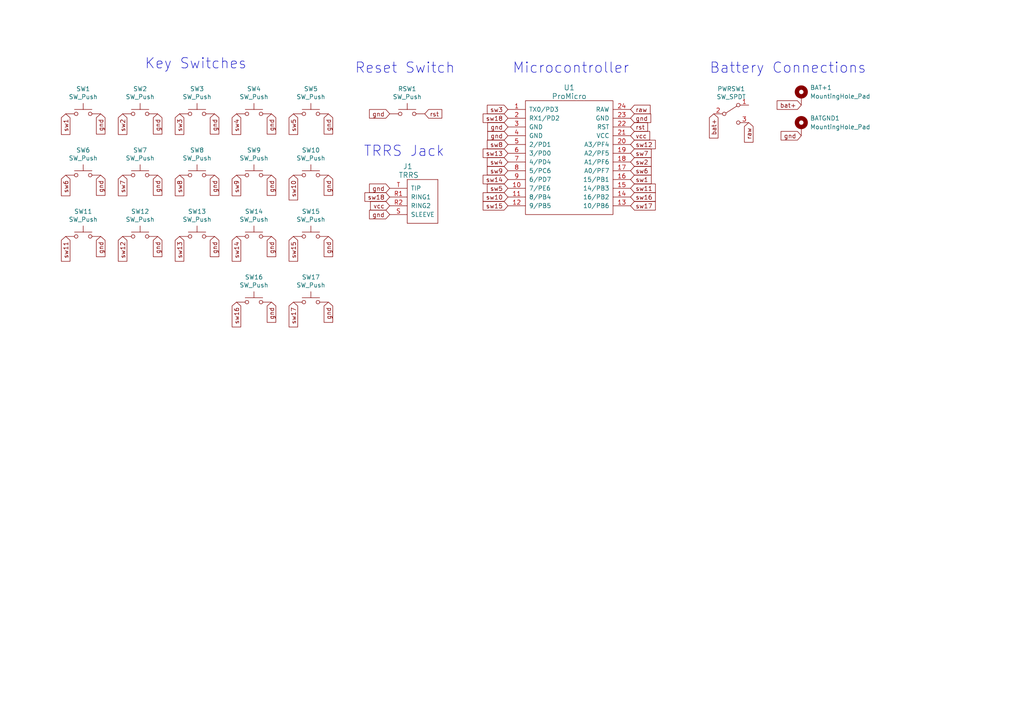
<source format=kicad_sch>
(kicad_sch (version 20211123) (generator eeschema)

  (uuid e63e39d7-6ac0-4ffd-8aa3-1841a4541b55)

  (paper "A4")

  (title_block
    (title "Clean Sweep")
    (date "2022-03-21")
    (rev "1.0")
    (company "lilylabs")
  )

  (lib_symbols
    (symbol "Mechanical:MountingHole_Pad" (pin_numbers hide) (pin_names (offset 1.016) hide) (in_bom yes) (on_board yes)
      (property "Reference" "H" (id 0) (at 0 6.35 0)
        (effects (font (size 1.27 1.27)))
      )
      (property "Value" "MountingHole_Pad" (id 1) (at 0 4.445 0)
        (effects (font (size 1.27 1.27)))
      )
      (property "Footprint" "" (id 2) (at 0 0 0)
        (effects (font (size 1.27 1.27)) hide)
      )
      (property "Datasheet" "~" (id 3) (at 0 0 0)
        (effects (font (size 1.27 1.27)) hide)
      )
      (property "ki_keywords" "mounting hole" (id 4) (at 0 0 0)
        (effects (font (size 1.27 1.27)) hide)
      )
      (property "ki_description" "Mounting Hole with connection" (id 5) (at 0 0 0)
        (effects (font (size 1.27 1.27)) hide)
      )
      (property "ki_fp_filters" "MountingHole*Pad*" (id 6) (at 0 0 0)
        (effects (font (size 1.27 1.27)) hide)
      )
      (symbol "MountingHole_Pad_0_1"
        (circle (center 0 1.27) (radius 1.27)
          (stroke (width 1.27) (type default) (color 0 0 0 0))
          (fill (type none))
        )
      )
      (symbol "MountingHole_Pad_1_1"
        (pin input line (at 0 -2.54 90) (length 2.54)
          (name "1" (effects (font (size 1.27 1.27))))
          (number "1" (effects (font (size 1.27 1.27))))
        )
      )
    )
    (symbol "Switch:SW_Push" (pin_numbers hide) (pin_names (offset 1.016) hide) (in_bom yes) (on_board yes)
      (property "Reference" "SW" (id 0) (at 1.27 2.54 0)
        (effects (font (size 1.27 1.27)) (justify left))
      )
      (property "Value" "SW_Push" (id 1) (at 0 -1.524 0)
        (effects (font (size 1.27 1.27)))
      )
      (property "Footprint" "" (id 2) (at 0 5.08 0)
        (effects (font (size 1.27 1.27)) hide)
      )
      (property "Datasheet" "~" (id 3) (at 0 5.08 0)
        (effects (font (size 1.27 1.27)) hide)
      )
      (property "ki_keywords" "switch normally-open pushbutton push-button" (id 4) (at 0 0 0)
        (effects (font (size 1.27 1.27)) hide)
      )
      (property "ki_description" "Push button switch, generic, two pins" (id 5) (at 0 0 0)
        (effects (font (size 1.27 1.27)) hide)
      )
      (symbol "SW_Push_0_1"
        (circle (center -2.032 0) (radius 0.508)
          (stroke (width 0) (type default) (color 0 0 0 0))
          (fill (type none))
        )
        (polyline
          (pts
            (xy 0 1.27)
            (xy 0 3.048)
          )
          (stroke (width 0) (type default) (color 0 0 0 0))
          (fill (type none))
        )
        (polyline
          (pts
            (xy 2.54 1.27)
            (xy -2.54 1.27)
          )
          (stroke (width 0) (type default) (color 0 0 0 0))
          (fill (type none))
        )
        (circle (center 2.032 0) (radius 0.508)
          (stroke (width 0) (type default) (color 0 0 0 0))
          (fill (type none))
        )
        (pin passive line (at -5.08 0 0) (length 2.54)
          (name "1" (effects (font (size 1.27 1.27))))
          (number "1" (effects (font (size 1.27 1.27))))
        )
        (pin passive line (at 5.08 0 180) (length 2.54)
          (name "2" (effects (font (size 1.27 1.27))))
          (number "2" (effects (font (size 1.27 1.27))))
        )
      )
    )
    (symbol "Switch:SW_SPDT" (pin_names (offset 0) hide) (in_bom yes) (on_board yes)
      (property "Reference" "SW" (id 0) (at 0 4.318 0)
        (effects (font (size 1.27 1.27)))
      )
      (property "Value" "SW_SPDT" (id 1) (at 0 -5.08 0)
        (effects (font (size 1.27 1.27)))
      )
      (property "Footprint" "" (id 2) (at 0 0 0)
        (effects (font (size 1.27 1.27)) hide)
      )
      (property "Datasheet" "~" (id 3) (at 0 0 0)
        (effects (font (size 1.27 1.27)) hide)
      )
      (property "ki_keywords" "switch single-pole double-throw spdt ON-ON" (id 4) (at 0 0 0)
        (effects (font (size 1.27 1.27)) hide)
      )
      (property "ki_description" "Switch, single pole double throw" (id 5) (at 0 0 0)
        (effects (font (size 1.27 1.27)) hide)
      )
      (symbol "SW_SPDT_0_0"
        (circle (center -2.032 0) (radius 0.508)
          (stroke (width 0) (type default) (color 0 0 0 0))
          (fill (type none))
        )
        (circle (center 2.032 -2.54) (radius 0.508)
          (stroke (width 0) (type default) (color 0 0 0 0))
          (fill (type none))
        )
      )
      (symbol "SW_SPDT_0_1"
        (polyline
          (pts
            (xy -1.524 0.254)
            (xy 1.651 2.286)
          )
          (stroke (width 0) (type default) (color 0 0 0 0))
          (fill (type none))
        )
        (circle (center 2.032 2.54) (radius 0.508)
          (stroke (width 0) (type default) (color 0 0 0 0))
          (fill (type none))
        )
      )
      (symbol "SW_SPDT_1_1"
        (pin passive line (at 5.08 2.54 180) (length 2.54)
          (name "A" (effects (font (size 1.27 1.27))))
          (number "1" (effects (font (size 1.27 1.27))))
        )
        (pin passive line (at -5.08 0 0) (length 2.54)
          (name "B" (effects (font (size 1.27 1.27))))
          (number "2" (effects (font (size 1.27 1.27))))
        )
        (pin passive line (at 5.08 -2.54 180) (length 2.54)
          (name "C" (effects (font (size 1.27 1.27))))
          (number "3" (effects (font (size 1.27 1.27))))
        )
      )
    )
    (symbol "clean-sweep:ProMicro" (pin_names (offset 1.016)) (in_bom yes) (on_board yes)
      (property "Reference" "U" (id 0) (at 0 20.32 0)
        (effects (font (size 1.524 1.524)))
      )
      (property "Value" "ProMicro" (id 1) (at 0 17.78 0)
        (effects (font (size 1.524 1.524)))
      )
      (property "Footprint" "" (id 2) (at 26.67 -63.5 90)
        (effects (font (size 1.524 1.524)) hide)
      )
      (property "Datasheet" "" (id 3) (at 26.67 -63.5 90)
        (effects (font (size 1.524 1.524)) hide)
      )
      (symbol "ProMicro_0_1"
        (rectangle (start -12.7 -16.51) (end 12.7 16.51)
          (stroke (width 0) (type default) (color 0 0 0 0))
          (fill (type none))
        )
      )
      (symbol "ProMicro_1_1"
        (pin input line (at -17.78 13.97 0) (length 5.08)
          (name "TX0/PD3" (effects (font (size 1.27 1.27))))
          (number "1" (effects (font (size 1.27 1.27))))
        )
        (pin input line (at -17.78 -8.89 0) (length 5.08)
          (name "7/PE6" (effects (font (size 1.27 1.27))))
          (number "10" (effects (font (size 1.27 1.27))))
        )
        (pin input line (at -17.78 -11.43 0) (length 5.08)
          (name "8/PB4" (effects (font (size 1.27 1.27))))
          (number "11" (effects (font (size 1.27 1.27))))
        )
        (pin input line (at -17.78 -13.97 0) (length 5.08)
          (name "9/PB5" (effects (font (size 1.27 1.27))))
          (number "12" (effects (font (size 1.27 1.27))))
        )
        (pin input line (at 17.78 -13.97 180) (length 5.08)
          (name "10/PB6" (effects (font (size 1.27 1.27))))
          (number "13" (effects (font (size 1.27 1.27))))
        )
        (pin input line (at 17.78 -11.43 180) (length 5.08)
          (name "16/PB2" (effects (font (size 1.27 1.27))))
          (number "14" (effects (font (size 1.27 1.27))))
        )
        (pin input line (at 17.78 -8.89 180) (length 5.08)
          (name "14/PB3" (effects (font (size 1.27 1.27))))
          (number "15" (effects (font (size 1.27 1.27))))
        )
        (pin input line (at 17.78 -6.35 180) (length 5.08)
          (name "15/PB1" (effects (font (size 1.27 1.27))))
          (number "16" (effects (font (size 1.27 1.27))))
        )
        (pin input line (at 17.78 -3.81 180) (length 5.08)
          (name "A0/PF7" (effects (font (size 1.27 1.27))))
          (number "17" (effects (font (size 1.27 1.27))))
        )
        (pin input line (at 17.78 -1.27 180) (length 5.08)
          (name "A1/PF6" (effects (font (size 1.27 1.27))))
          (number "18" (effects (font (size 1.27 1.27))))
        )
        (pin input line (at 17.78 1.27 180) (length 5.08)
          (name "A2/PF5" (effects (font (size 1.27 1.27))))
          (number "19" (effects (font (size 1.27 1.27))))
        )
        (pin input line (at -17.78 11.43 0) (length 5.08)
          (name "RX1/PD2" (effects (font (size 1.27 1.27))))
          (number "2" (effects (font (size 1.27 1.27))))
        )
        (pin input line (at 17.78 3.81 180) (length 5.08)
          (name "A3/PF4" (effects (font (size 1.27 1.27))))
          (number "20" (effects (font (size 1.27 1.27))))
        )
        (pin input line (at 17.78 6.35 180) (length 5.08)
          (name "VCC" (effects (font (size 1.27 1.27))))
          (number "21" (effects (font (size 1.27 1.27))))
        )
        (pin input line (at 17.78 8.89 180) (length 5.08)
          (name "RST" (effects (font (size 1.27 1.27))))
          (number "22" (effects (font (size 1.27 1.27))))
        )
        (pin input line (at 17.78 11.43 180) (length 5.08)
          (name "GND" (effects (font (size 1.27 1.27))))
          (number "23" (effects (font (size 1.27 1.27))))
        )
        (pin input line (at 17.78 13.97 180) (length 5.08)
          (name "RAW" (effects (font (size 1.27 1.27))))
          (number "24" (effects (font (size 1.27 1.27))))
        )
        (pin input line (at -17.78 8.89 0) (length 5.08)
          (name "GND" (effects (font (size 1.27 1.27))))
          (number "3" (effects (font (size 1.27 1.27))))
        )
        (pin input line (at -17.78 6.35 0) (length 5.08)
          (name "GND" (effects (font (size 1.27 1.27))))
          (number "4" (effects (font (size 1.27 1.27))))
        )
        (pin input line (at -17.78 3.81 0) (length 5.08)
          (name "2/PD1" (effects (font (size 1.27 1.27))))
          (number "5" (effects (font (size 1.27 1.27))))
        )
        (pin input line (at -17.78 1.27 0) (length 5.08)
          (name "3/PD0" (effects (font (size 1.27 1.27))))
          (number "6" (effects (font (size 1.27 1.27))))
        )
        (pin input line (at -17.78 -1.27 0) (length 5.08)
          (name "4/PD4" (effects (font (size 1.27 1.27))))
          (number "7" (effects (font (size 1.27 1.27))))
        )
        (pin input line (at -17.78 -3.81 0) (length 5.08)
          (name "5/PC6" (effects (font (size 1.27 1.27))))
          (number "8" (effects (font (size 1.27 1.27))))
        )
        (pin input line (at -17.78 -6.35 0) (length 5.08)
          (name "6/PD7" (effects (font (size 1.27 1.27))))
          (number "9" (effects (font (size 1.27 1.27))))
        )
      )
    )
    (symbol "clean-sweep:TRRS" (pin_names (offset 1.016)) (in_bom yes) (on_board yes)
      (property "Reference" "J" (id 0) (at -3.81 16.51 0)
        (effects (font (size 1.524 1.524)))
      )
      (property "Value" "TRRS" (id 1) (at -3.81 13.97 0)
        (effects (font (size 1.524 1.524)))
      )
      (property "Footprint" "" (id 2) (at 3.81 0 0)
        (effects (font (size 1.524 1.524)) hide)
      )
      (property "Datasheet" "" (id 3) (at 3.81 0 0)
        (effects (font (size 1.524 1.524)) hide)
      )
      (symbol "TRRS_0_1"
        (rectangle (start -3.81 0) (end -3.81 12.7)
          (stroke (width 0) (type default) (color 0 0 0 0))
          (fill (type none))
        )
        (rectangle (start -3.81 12.7) (end 5.08 12.7)
          (stroke (width 0) (type default) (color 0 0 0 0))
          (fill (type none))
        )
        (rectangle (start 5.08 0) (end -3.81 0)
          (stroke (width 0) (type default) (color 0 0 0 0))
          (fill (type none))
        )
        (rectangle (start 5.08 12.7) (end 5.08 0)
          (stroke (width 0) (type default) (color 0 0 0 0))
          (fill (type none))
        )
      )
      (symbol "TRRS_1_1"
        (pin input line (at -8.89 7.62 0) (length 5.08)
          (name "RING1" (effects (font (size 1.27 1.27))))
          (number "R1" (effects (font (size 1.27 1.27))))
        )
        (pin input line (at -8.89 5.08 0) (length 5.08)
          (name "RING2" (effects (font (size 1.27 1.27))))
          (number "R2" (effects (font (size 1.27 1.27))))
        )
        (pin input line (at -8.89 2.54 0) (length 5.08)
          (name "SLEEVE" (effects (font (size 1.27 1.27))))
          (number "S" (effects (font (size 1.27 1.27))))
        )
        (pin input line (at -8.89 10.16 0) (length 5.08)
          (name "TIP" (effects (font (size 1.27 1.27))))
          (number "T" (effects (font (size 1.27 1.27))))
        )
      )
    )
  )


  (text "TRRS Jack" (at 105.41 45.72 0)
    (effects (font (size 2.9972 2.9972)) (justify left bottom))
    (uuid 3c0bc4a2-93ea-4556-9aef-1a9c308106df)
  )
  (text "Battery Connections" (at 205.74 21.59 0)
    (effects (font (size 2.9972 2.9972)) (justify left bottom))
    (uuid 6b540bc6-b428-4be2-a754-4f5ff0b6f78e)
  )
  (text "Key Switches" (at 41.91 20.32 0)
    (effects (font (size 2.9972 2.9972)) (justify left bottom))
    (uuid 8f6b7ee1-ee33-4104-9964-bf42b0104728)
  )
  (text "Reset Switch" (at 102.87 21.59 0)
    (effects (font (size 2.9972 2.9972)) (justify left bottom))
    (uuid e7866c3d-8d14-41fd-ad1d-f5e39b494b2a)
  )
  (text "Microcontroller" (at 148.59 21.59 0)
    (effects (font (size 2.9972 2.9972)) (justify left bottom))
    (uuid f64e79d4-7fff-4a1b-bf5a-7e3123404157)
  )

  (global_label "sw15" (shape input) (at 85.09 68.58 270) (fields_autoplaced)
    (effects (font (size 1.27 1.27)) (justify right))
    (uuid 05301793-dbfe-47b7-9f49-8c4379742711)
    (property "Intersheet References" "${INTERSHEET_REFS}" (id 0) (at 85.0106 75.7707 90)
      (effects (font (size 1.27 1.27)) (justify right) hide)
    )
  )
  (global_label "sw3" (shape input) (at 52.07 33.02 270) (fields_autoplaced)
    (effects (font (size 1.27 1.27)) (justify right))
    (uuid 099c0394-e02d-4180-8e95-fe4b0a9ea8b4)
    (property "Intersheet References" "${INTERSHEET_REFS}" (id 0) (at 51.9906 39.0012 90)
      (effects (font (size 1.27 1.27)) (justify right) hide)
    )
  )
  (global_label "gnd" (shape input) (at 45.72 50.8 270) (fields_autoplaced)
    (effects (font (size 1.27 1.27)) (justify right))
    (uuid 0cd03f3d-c2d6-4f24-88b8-d68c38fd9516)
    (property "Intersheet References" "${INTERSHEET_REFS}" (id 0) (at 12.7 21.59 0)
      (effects (font (size 1.27 1.27)) hide)
    )
  )
  (global_label "raw" (shape input) (at 217.17 35.56 270) (fields_autoplaced)
    (effects (font (size 1.27 1.27)) (justify right))
    (uuid 0e0c640d-a895-4212-a4dc-6549d969ffca)
    (property "Intersheet References" "${INTERSHEET_REFS}" (id 0) (at -7.62 -82.55 0)
      (effects (font (size 1.27 1.27)) hide)
    )
  )
  (global_label "gnd" (shape input) (at 78.74 33.02 270) (fields_autoplaced)
    (effects (font (size 1.27 1.27)) (justify right))
    (uuid 0e8db7a7-5daa-4eb8-8ae6-19d6abfacadf)
    (property "Intersheet References" "${INTERSHEET_REFS}" (id 0) (at 45.72 3.81 0)
      (effects (font (size 1.27 1.27)) hide)
    )
  )
  (global_label "gnd" (shape input) (at 113.03 62.23 180) (fields_autoplaced)
    (effects (font (size 1.27 1.27)) (justify right))
    (uuid 0f77e2f7-a444-457e-8235-7d1e9e1df024)
    (property "Intersheet References" "${INTERSHEET_REFS}" (id 0) (at 240.03 129.54 0)
      (effects (font (size 1.27 1.27)) hide)
    )
  )
  (global_label "sw7" (shape input) (at 35.56 50.8 270) (fields_autoplaced)
    (effects (font (size 1.27 1.27)) (justify right))
    (uuid 129704ba-a6ec-42bc-bde7-15eb61509e48)
    (property "Intersheet References" "${INTERSHEET_REFS}" (id 0) (at 35.4806 56.7812 90)
      (effects (font (size 1.27 1.27)) (justify right) hide)
    )
  )
  (global_label "gnd" (shape input) (at 29.21 68.58 270) (fields_autoplaced)
    (effects (font (size 1.27 1.27)) (justify right))
    (uuid 1c6a316c-817a-46d8-8fbd-1c76272265b0)
    (property "Intersheet References" "${INTERSHEET_REFS}" (id 0) (at -3.81 39.37 0)
      (effects (font (size 1.27 1.27)) hide)
    )
  )
  (global_label "sw14" (shape input) (at 147.32 52.07 180) (fields_autoplaced)
    (effects (font (size 1.27 1.27)) (justify right))
    (uuid 1dfc831b-54a7-43a4-9a07-6a151ccdd398)
    (property "Intersheet References" "${INTERSHEET_REFS}" (id 0) (at 140.1293 51.9906 0)
      (effects (font (size 1.27 1.27)) (justify right) hide)
    )
  )
  (global_label "sw1" (shape input) (at 182.88 52.07 0) (fields_autoplaced)
    (effects (font (size 1.27 1.27)) (justify left))
    (uuid 1ec66cac-ad3c-4900-ab4c-74909aa369ba)
    (property "Intersheet References" "${INTERSHEET_REFS}" (id 0) (at 188.8612 52.1494 0)
      (effects (font (size 1.27 1.27)) (justify left) hide)
    )
  )
  (global_label "sw18" (shape input) (at 113.03 57.15 180) (fields_autoplaced)
    (effects (font (size 1.27 1.27)) (justify right))
    (uuid 20625b7a-3eca-41c2-8445-7f079bd314b7)
    (property "Intersheet References" "${INTERSHEET_REFS}" (id 0) (at 105.8393 57.0706 0)
      (effects (font (size 1.27 1.27)) (justify right) hide)
    )
  )
  (global_label "sw2" (shape input) (at 182.88 46.99 0) (fields_autoplaced)
    (effects (font (size 1.27 1.27)) (justify left))
    (uuid 214f750f-d5a6-460a-b8d7-7ebd4efef3b5)
    (property "Intersheet References" "${INTERSHEET_REFS}" (id 0) (at 188.8612 46.9106 0)
      (effects (font (size 1.27 1.27)) (justify left) hide)
    )
  )
  (global_label "gnd" (shape input) (at 62.23 68.58 270) (fields_autoplaced)
    (effects (font (size 1.27 1.27)) (justify right))
    (uuid 2323f41a-6b4a-4b55-90b2-0db6af9489d8)
    (property "Intersheet References" "${INTERSHEET_REFS}" (id 0) (at 29.21 39.37 0)
      (effects (font (size 1.27 1.27)) hide)
    )
  )
  (global_label "sw18" (shape input) (at 147.32 34.29 180) (fields_autoplaced)
    (effects (font (size 1.27 1.27)) (justify right))
    (uuid 2a624eb2-e9e3-4375-b07f-7aef616548a7)
    (property "Intersheet References" "${INTERSHEET_REFS}" (id 0) (at 140.1293 34.2106 0)
      (effects (font (size 1.27 1.27)) (justify right) hide)
    )
  )
  (global_label "sw13" (shape input) (at 147.32 44.45 180) (fields_autoplaced)
    (effects (font (size 1.27 1.27)) (justify right))
    (uuid 2de11d7d-10a2-4a83-8e03-41197e2de61f)
    (property "Intersheet References" "${INTERSHEET_REFS}" (id 0) (at 140.1293 44.3706 0)
      (effects (font (size 1.27 1.27)) (justify right) hide)
    )
  )
  (global_label "gnd" (shape input) (at 147.32 39.37 180) (fields_autoplaced)
    (effects (font (size 1.27 1.27)) (justify right))
    (uuid 35c0c384-dc3b-4692-8200-0ac4718f835b)
    (property "Intersheet References" "${INTERSHEET_REFS}" (id 0) (at -11.43 -3.81 0)
      (effects (font (size 1.27 1.27)) hide)
    )
  )
  (global_label "gnd" (shape input) (at 113.03 54.61 180) (fields_autoplaced)
    (effects (font (size 1.27 1.27)) (justify right))
    (uuid 3cc58844-6226-43bd-98fe-5192b7d05b40)
    (property "Intersheet References" "${INTERSHEET_REFS}" (id 0) (at 240.03 121.92 0)
      (effects (font (size 1.27 1.27)) hide)
    )
  )
  (global_label "sw6" (shape input) (at 182.88 49.53 0) (fields_autoplaced)
    (effects (font (size 1.27 1.27)) (justify left))
    (uuid 3cc71891-e303-485d-90d3-a14cadd96f2e)
    (property "Intersheet References" "${INTERSHEET_REFS}" (id 0) (at 188.8612 49.6094 0)
      (effects (font (size 1.27 1.27)) (justify left) hide)
    )
  )
  (global_label "sw10" (shape input) (at 85.09 50.8 270) (fields_autoplaced)
    (effects (font (size 1.27 1.27)) (justify right))
    (uuid 40b4f870-1be8-4eca-8458-3de365539954)
    (property "Intersheet References" "${INTERSHEET_REFS}" (id 0) (at 85.0106 57.9907 90)
      (effects (font (size 1.27 1.27)) (justify right) hide)
    )
  )
  (global_label "bat+" (shape input) (at 207.01 33.02 270) (fields_autoplaced)
    (effects (font (size 1.27 1.27)) (justify right))
    (uuid 494fb62f-e078-4dae-8a49-def350d515e7)
    (property "Intersheet References" "${INTERSHEET_REFS}" (id 0) (at 206.9306 40.0293 90)
      (effects (font (size 1.27 1.27)) (justify right) hide)
    )
  )
  (global_label "sw13" (shape input) (at 52.07 68.58 270) (fields_autoplaced)
    (effects (font (size 1.27 1.27)) (justify right))
    (uuid 52e3ae88-0b50-4764-a4b1-9bf536dde527)
    (property "Intersheet References" "${INTERSHEET_REFS}" (id 0) (at 51.9906 75.7707 90)
      (effects (font (size 1.27 1.27)) (justify right) hide)
    )
  )
  (global_label "gnd" (shape input) (at 78.74 68.58 270) (fields_autoplaced)
    (effects (font (size 1.27 1.27)) (justify right))
    (uuid 5824266a-a369-422a-9600-a3eb92279604)
    (property "Intersheet References" "${INTERSHEET_REFS}" (id 0) (at 45.72 39.37 0)
      (effects (font (size 1.27 1.27)) hide)
    )
  )
  (global_label "gnd" (shape input) (at 78.74 50.8 270) (fields_autoplaced)
    (effects (font (size 1.27 1.27)) (justify right))
    (uuid 5992772b-bdee-4849-87b9-1dfec01dfdbb)
    (property "Intersheet References" "${INTERSHEET_REFS}" (id 0) (at 45.72 21.59 0)
      (effects (font (size 1.27 1.27)) hide)
    )
  )
  (global_label "rst" (shape input) (at 182.88 36.83 0) (fields_autoplaced)
    (effects (font (size 1.27 1.27)) (justify left))
    (uuid 5b383bca-96ca-46b8-9f5f-5707eaae6b4e)
    (property "Intersheet References" "${INTERSHEET_REFS}" (id 0) (at 187.8331 36.7506 0)
      (effects (font (size 1.27 1.27)) (justify left) hide)
    )
  )
  (global_label "bat+" (shape input) (at 232.41 30.48 180) (fields_autoplaced)
    (effects (font (size 1.27 1.27)) (justify right))
    (uuid 60e782bb-c21b-4492-86c7-be74aaab459f)
    (property "Intersheet References" "${INTERSHEET_REFS}" (id 0) (at 225.4007 30.4006 0)
      (effects (font (size 1.27 1.27)) (justify right) hide)
    )
  )
  (global_label "sw11" (shape input) (at 19.05 68.58 270) (fields_autoplaced)
    (effects (font (size 1.27 1.27)) (justify right))
    (uuid 675f1d25-36f9-4c95-8709-3def26dc230a)
    (property "Intersheet References" "${INTERSHEET_REFS}" (id 0) (at 18.9706 75.7707 90)
      (effects (font (size 1.27 1.27)) (justify right) hide)
    )
  )
  (global_label "gnd" (shape input) (at 29.21 50.8 270) (fields_autoplaced)
    (effects (font (size 1.27 1.27)) (justify right))
    (uuid 683e6def-3e3a-47e6-bb3b-c6091ab099cf)
    (property "Intersheet References" "${INTERSHEET_REFS}" (id 0) (at -3.81 21.59 0)
      (effects (font (size 1.27 1.27)) hide)
    )
  )
  (global_label "gnd" (shape input) (at 78.74 87.63 270) (fields_autoplaced)
    (effects (font (size 1.27 1.27)) (justify right))
    (uuid 6acdf8ab-0212-4178-a4fb-354be5722856)
    (property "Intersheet References" "${INTERSHEET_REFS}" (id 0) (at 45.72 58.42 0)
      (effects (font (size 1.27 1.27)) hide)
    )
  )
  (global_label "gnd" (shape input) (at 232.41 39.37 180) (fields_autoplaced)
    (effects (font (size 1.27 1.27)) (justify right))
    (uuid 6d95cdc6-decb-4c8f-95ef-6f2a0d56a543)
    (property "Intersheet References" "${INTERSHEET_REFS}" (id 0) (at 73.66 -3.81 0)
      (effects (font (size 1.27 1.27)) hide)
    )
  )
  (global_label "sw8" (shape input) (at 52.07 50.8 270) (fields_autoplaced)
    (effects (font (size 1.27 1.27)) (justify right))
    (uuid 750c958a-3eda-4da9-8392-269448fac84a)
    (property "Intersheet References" "${INTERSHEET_REFS}" (id 0) (at 51.9906 56.7812 90)
      (effects (font (size 1.27 1.27)) (justify right) hide)
    )
  )
  (global_label "gnd" (shape input) (at 45.72 68.58 270) (fields_autoplaced)
    (effects (font (size 1.27 1.27)) (justify right))
    (uuid 784c8df2-ae6f-4760-af44-422e0fc58b9c)
    (property "Intersheet References" "${INTERSHEET_REFS}" (id 0) (at 12.7 39.37 0)
      (effects (font (size 1.27 1.27)) hide)
    )
  )
  (global_label "sw14" (shape input) (at 68.58 68.58 270) (fields_autoplaced)
    (effects (font (size 1.27 1.27)) (justify right))
    (uuid 78df79b4-e93f-4281-b3a2-344bef6d509b)
    (property "Intersheet References" "${INTERSHEET_REFS}" (id 0) (at 68.5006 75.7707 90)
      (effects (font (size 1.27 1.27)) (justify right) hide)
    )
  )
  (global_label "sw5" (shape input) (at 85.09 33.02 270) (fields_autoplaced)
    (effects (font (size 1.27 1.27)) (justify right))
    (uuid 79e02b59-adb5-48f7-8f2a-d3600b376cf3)
    (property "Intersheet References" "${INTERSHEET_REFS}" (id 0) (at 85.0106 39.0012 90)
      (effects (font (size 1.27 1.27)) (justify right) hide)
    )
  )
  (global_label "sw12" (shape input) (at 35.56 68.58 270) (fields_autoplaced)
    (effects (font (size 1.27 1.27)) (justify right))
    (uuid 84485e3c-261e-4078-8c61-dcc51ef618d3)
    (property "Intersheet References" "${INTERSHEET_REFS}" (id 0) (at 35.4806 75.7707 90)
      (effects (font (size 1.27 1.27)) (justify right) hide)
    )
  )
  (global_label "sw11" (shape input) (at 182.88 54.61 0) (fields_autoplaced)
    (effects (font (size 1.27 1.27)) (justify left))
    (uuid 8ce405e0-b65a-48d0-ba25-1b5f145b8d9a)
    (property "Intersheet References" "${INTERSHEET_REFS}" (id 0) (at 190.0707 54.6894 0)
      (effects (font (size 1.27 1.27)) (justify left) hide)
    )
  )
  (global_label "sw15" (shape input) (at 147.32 59.69 180) (fields_autoplaced)
    (effects (font (size 1.27 1.27)) (justify right))
    (uuid 949b7ef1-38b1-4f6e-9478-bc8b56ca792d)
    (property "Intersheet References" "${INTERSHEET_REFS}" (id 0) (at 140.1293 59.6106 0)
      (effects (font (size 1.27 1.27)) (justify right) hide)
    )
  )
  (global_label "gnd" (shape input) (at 147.32 36.83 180) (fields_autoplaced)
    (effects (font (size 1.27 1.27)) (justify right))
    (uuid 96a7eb3e-6041-41ad-a147-8401e7ebd5ed)
    (property "Intersheet References" "${INTERSHEET_REFS}" (id 0) (at -11.43 -3.81 0)
      (effects (font (size 1.27 1.27)) hide)
    )
  )
  (global_label "raw" (shape input) (at 182.88 31.75 0) (fields_autoplaced)
    (effects (font (size 1.27 1.27)) (justify left))
    (uuid 97a6205d-6cc3-4f30-8553-cac54de221a0)
    (property "Intersheet References" "${INTERSHEET_REFS}" (id 0) (at -11.43 -3.81 0)
      (effects (font (size 1.27 1.27)) hide)
    )
  )
  (global_label "sw2" (shape input) (at 35.56 33.02 270) (fields_autoplaced)
    (effects (font (size 1.27 1.27)) (justify right))
    (uuid 97f0a462-5e73-4a27-807d-1752fc46dff8)
    (property "Intersheet References" "${INTERSHEET_REFS}" (id 0) (at 35.4806 39.0012 90)
      (effects (font (size 1.27 1.27)) (justify right) hide)
    )
  )
  (global_label "gnd" (shape input) (at 113.03 33.02 180) (fields_autoplaced)
    (effects (font (size 1.27 1.27)) (justify right))
    (uuid 9dd5e063-f853-4eeb-b3e4-a701a10871eb)
    (property "Intersheet References" "${INTERSHEET_REFS}" (id 0) (at -3.81 -6.35 0)
      (effects (font (size 1.27 1.27)) hide)
    )
  )
  (global_label "vcc" (shape input) (at 113.03 59.69 180) (fields_autoplaced)
    (effects (font (size 1.27 1.27)) (justify right))
    (uuid 9e92fb51-32b1-47ce-bd04-3684f66761d4)
    (property "Intersheet References" "${INTERSHEET_REFS}" (id 0) (at 240.03 129.54 0)
      (effects (font (size 1.27 1.27)) hide)
    )
  )
  (global_label "sw9" (shape input) (at 68.58 50.8 270) (fields_autoplaced)
    (effects (font (size 1.27 1.27)) (justify right))
    (uuid a3a617b9-1a66-467c-9765-6e612b3ea937)
    (property "Intersheet References" "${INTERSHEET_REFS}" (id 0) (at 68.5006 56.7812 90)
      (effects (font (size 1.27 1.27)) (justify right) hide)
    )
  )
  (global_label "gnd" (shape input) (at 95.25 33.02 270) (fields_autoplaced)
    (effects (font (size 1.27 1.27)) (justify right))
    (uuid aa9aa5a3-e6e8-4956-9aaf-d2d0714e185c)
    (property "Intersheet References" "${INTERSHEET_REFS}" (id 0) (at 62.23 3.81 0)
      (effects (font (size 1.27 1.27)) hide)
    )
  )
  (global_label "sw5" (shape input) (at 147.32 54.61 180) (fields_autoplaced)
    (effects (font (size 1.27 1.27)) (justify right))
    (uuid b76cf097-bc69-43e1-a055-edefa2b79198)
    (property "Intersheet References" "${INTERSHEET_REFS}" (id 0) (at 141.3388 54.5306 0)
      (effects (font (size 1.27 1.27)) (justify right) hide)
    )
  )
  (global_label "gnd" (shape input) (at 95.25 50.8 270) (fields_autoplaced)
    (effects (font (size 1.27 1.27)) (justify right))
    (uuid ba37cc98-3599-42ef-b90a-9eb4d4a72810)
    (property "Intersheet References" "${INTERSHEET_REFS}" (id 0) (at 62.23 21.59 0)
      (effects (font (size 1.27 1.27)) hide)
    )
  )
  (global_label "sw17" (shape input) (at 182.88 59.69 0) (fields_autoplaced)
    (effects (font (size 1.27 1.27)) (justify left))
    (uuid bd600e18-bb70-4f14-96d6-90909fee7082)
    (property "Intersheet References" "${INTERSHEET_REFS}" (id 0) (at 190.0707 59.6106 0)
      (effects (font (size 1.27 1.27)) (justify left) hide)
    )
  )
  (global_label "sw16" (shape input) (at 182.88 57.15 0) (fields_autoplaced)
    (effects (font (size 1.27 1.27)) (justify left))
    (uuid c4965a14-19f3-45a6-9cb1-5bfe0c61f86c)
    (property "Intersheet References" "${INTERSHEET_REFS}" (id 0) (at 190.0707 57.0706 0)
      (effects (font (size 1.27 1.27)) (justify left) hide)
    )
  )
  (global_label "sw7" (shape input) (at 182.88 44.45 0) (fields_autoplaced)
    (effects (font (size 1.27 1.27)) (justify left))
    (uuid c6536470-dbe7-43c6-841e-62b6b150f87d)
    (property "Intersheet References" "${INTERSHEET_REFS}" (id 0) (at 188.8612 44.3706 0)
      (effects (font (size 1.27 1.27)) (justify left) hide)
    )
  )
  (global_label "gnd" (shape input) (at 95.25 87.63 270) (fields_autoplaced)
    (effects (font (size 1.27 1.27)) (justify right))
    (uuid c67c19d2-4a82-4b28-a148-6b703db30114)
    (property "Intersheet References" "${INTERSHEET_REFS}" (id 0) (at 62.23 58.42 0)
      (effects (font (size 1.27 1.27)) hide)
    )
  )
  (global_label "sw10" (shape input) (at 147.32 57.15 180) (fields_autoplaced)
    (effects (font (size 1.27 1.27)) (justify right))
    (uuid c7d61ce3-088d-46a8-bac2-5ec5dbae21d1)
    (property "Intersheet References" "${INTERSHEET_REFS}" (id 0) (at 140.1293 57.0706 0)
      (effects (font (size 1.27 1.27)) (justify right) hide)
    )
  )
  (global_label "sw12" (shape input) (at 182.88 41.91 0) (fields_autoplaced)
    (effects (font (size 1.27 1.27)) (justify left))
    (uuid c8283fed-9284-4fa7-ada1-2ec4f50262cd)
    (property "Intersheet References" "${INTERSHEET_REFS}" (id 0) (at 190.0707 41.8306 0)
      (effects (font (size 1.27 1.27)) (justify left) hide)
    )
  )
  (global_label "sw4" (shape input) (at 147.32 46.99 180) (fields_autoplaced)
    (effects (font (size 1.27 1.27)) (justify right))
    (uuid c92ea66b-f6d0-49b9-aca9-a84cd540e36c)
    (property "Intersheet References" "${INTERSHEET_REFS}" (id 0) (at 141.3388 46.9106 0)
      (effects (font (size 1.27 1.27)) (justify right) hide)
    )
  )
  (global_label "gnd" (shape input) (at 45.72 33.02 270) (fields_autoplaced)
    (effects (font (size 1.27 1.27)) (justify right))
    (uuid cc74b535-ad84-469f-8980-dcddb293cf43)
    (property "Intersheet References" "${INTERSHEET_REFS}" (id 0) (at 12.7 3.81 0)
      (effects (font (size 1.27 1.27)) hide)
    )
  )
  (global_label "gnd" (shape input) (at 62.23 50.8 270) (fields_autoplaced)
    (effects (font (size 1.27 1.27)) (justify right))
    (uuid cde4b548-e1f0-4d97-9527-f7b32d58f0c6)
    (property "Intersheet References" "${INTERSHEET_REFS}" (id 0) (at 29.21 21.59 0)
      (effects (font (size 1.27 1.27)) hide)
    )
  )
  (global_label "vcc" (shape input) (at 182.88 39.37 0) (fields_autoplaced)
    (effects (font (size 1.27 1.27)) (justify left))
    (uuid d0a53565-f321-4807-b9c0-f4b5d1dc66df)
    (property "Intersheet References" "${INTERSHEET_REFS}" (id 0) (at -11.43 -3.81 0)
      (effects (font (size 1.27 1.27)) hide)
    )
  )
  (global_label "sw6" (shape input) (at 19.05 50.8 270) (fields_autoplaced)
    (effects (font (size 1.27 1.27)) (justify right))
    (uuid d1795a95-1b17-4e09-8aee-4489a2f335ff)
    (property "Intersheet References" "${INTERSHEET_REFS}" (id 0) (at 18.9706 56.7812 90)
      (effects (font (size 1.27 1.27)) (justify right) hide)
    )
  )
  (global_label "sw9" (shape input) (at 147.32 49.53 180) (fields_autoplaced)
    (effects (font (size 1.27 1.27)) (justify right))
    (uuid d42bfc88-5a63-4f9b-a3b6-1f01392381da)
    (property "Intersheet References" "${INTERSHEET_REFS}" (id 0) (at 141.3388 49.4506 0)
      (effects (font (size 1.27 1.27)) (justify right) hide)
    )
  )
  (global_label "sw3" (shape input) (at 147.32 31.75 180) (fields_autoplaced)
    (effects (font (size 1.27 1.27)) (justify right))
    (uuid da60fef5-3fad-4a83-8a22-776e833d8a5b)
    (property "Intersheet References" "${INTERSHEET_REFS}" (id 0) (at 141.3388 31.6706 0)
      (effects (font (size 1.27 1.27)) (justify right) hide)
    )
  )
  (global_label "sw8" (shape input) (at 147.32 41.91 180) (fields_autoplaced)
    (effects (font (size 1.27 1.27)) (justify right))
    (uuid db8be5b2-cdf8-4855-bc6e-2396bb17d4c0)
    (property "Intersheet References" "${INTERSHEET_REFS}" (id 0) (at 141.3388 41.8306 0)
      (effects (font (size 1.27 1.27)) (justify right) hide)
    )
  )
  (global_label "rst" (shape input) (at 123.19 33.02 0) (fields_autoplaced)
    (effects (font (size 1.27 1.27)) (justify left))
    (uuid dc76c975-d4aa-446d-9f49-7f395794c7bc)
    (property "Intersheet References" "${INTERSHEET_REFS}" (id 0) (at 128.1431 32.9406 0)
      (effects (font (size 1.27 1.27)) (justify left) hide)
    )
  )
  (global_label "gnd" (shape input) (at 182.88 34.29 0) (fields_autoplaced)
    (effects (font (size 1.27 1.27)) (justify left))
    (uuid ddc4ed5b-49ad-46b5-aa68-4a4b5f875979)
    (property "Intersheet References" "${INTERSHEET_REFS}" (id 0) (at -11.43 -3.81 0)
      (effects (font (size 1.27 1.27)) hide)
    )
  )
  (global_label "gnd" (shape input) (at 95.25 68.58 270) (fields_autoplaced)
    (effects (font (size 1.27 1.27)) (justify right))
    (uuid e43fa76a-cbc2-4e2b-9cce-de68ea9c679d)
    (property "Intersheet References" "${INTERSHEET_REFS}" (id 0) (at 62.23 39.37 0)
      (effects (font (size 1.27 1.27)) hide)
    )
  )
  (global_label "sw4" (shape input) (at 68.58 33.02 270) (fields_autoplaced)
    (effects (font (size 1.27 1.27)) (justify right))
    (uuid eb4c3d09-9abc-4f0a-9e78-8ab9688e89b9)
    (property "Intersheet References" "${INTERSHEET_REFS}" (id 0) (at 68.5006 39.0012 90)
      (effects (font (size 1.27 1.27)) (justify right) hide)
    )
  )
  (global_label "gnd" (shape input) (at 29.21 33.02 270) (fields_autoplaced)
    (effects (font (size 1.27 1.27)) (justify right))
    (uuid ecb190c3-7d33-4f9e-917d-98f2e006b7de)
    (property "Intersheet References" "${INTERSHEET_REFS}" (id 0) (at -3.81 3.81 0)
      (effects (font (size 1.27 1.27)) hide)
    )
  )
  (global_label "sw16" (shape input) (at 68.58 87.63 270) (fields_autoplaced)
    (effects (font (size 1.27 1.27)) (justify right))
    (uuid f21fa334-518f-4dc5-bb58-06a2ad4a6803)
    (property "Intersheet References" "${INTERSHEET_REFS}" (id 0) (at 68.5006 94.8207 90)
      (effects (font (size 1.27 1.27)) (justify right) hide)
    )
  )
  (global_label "gnd" (shape input) (at 62.23 33.02 270) (fields_autoplaced)
    (effects (font (size 1.27 1.27)) (justify right))
    (uuid f3d65175-3500-431a-8317-b39d3b5d875a)
    (property "Intersheet References" "${INTERSHEET_REFS}" (id 0) (at 29.21 3.81 0)
      (effects (font (size 1.27 1.27)) hide)
    )
  )
  (global_label "sw1" (shape input) (at 19.05 33.02 270) (fields_autoplaced)
    (effects (font (size 1.27 1.27)) (justify right))
    (uuid f9c966ae-23e4-43cd-95e1-ebb675260935)
    (property "Intersheet References" "${INTERSHEET_REFS}" (id 0) (at 18.9706 39.0012 90)
      (effects (font (size 1.27 1.27)) (justify right) hide)
    )
  )
  (global_label "sw17" (shape input) (at 85.09 87.63 270) (fields_autoplaced)
    (effects (font (size 1.27 1.27)) (justify right))
    (uuid f9e6e26b-3268-477b-8402-26a9a91cd083)
    (property "Intersheet References" "${INTERSHEET_REFS}" (id 0) (at 85.0106 94.8207 90)
      (effects (font (size 1.27 1.27)) (justify right) hide)
    )
  )

  (symbol (lib_id "Switch:SW_Push") (at 90.17 50.8 0) (unit 1)
    (in_bom yes) (on_board yes)
    (uuid 06abe7ac-8090-41c4-955a-d3c343b38348)
    (property "Reference" "SW10" (id 0) (at 90.17 43.561 0))
    (property "Value" "SW_Push" (id 1) (at 90.17 45.8724 0))
    (property "Footprint" "clean-sweep:Kailh-PG1350-1u-reversible" (id 2) (at 90.17 45.72 0)
      (effects (font (size 1.27 1.27)) hide)
    )
    (property "Datasheet" "~" (id 3) (at 90.17 45.72 0)
      (effects (font (size 1.27 1.27)) hide)
    )
    (pin "1" (uuid fd21b6ee-b594-431a-92a9-0f4c8928f769))
    (pin "2" (uuid 07ee8341-7c99-48de-bb60-0cab6712f0e9))
  )

  (symbol (lib_id "Switch:SW_Push") (at 90.17 33.02 0) (unit 1)
    (in_bom yes) (on_board yes)
    (uuid 08e4b94a-2453-4f65-8865-4d5a18996bd3)
    (property "Reference" "SW5" (id 0) (at 90.17 25.781 0))
    (property "Value" "SW_Push" (id 1) (at 90.17 28.0924 0))
    (property "Footprint" "clean-sweep:Kailh-PG1350-1u-reversible" (id 2) (at 90.17 27.94 0)
      (effects (font (size 1.27 1.27)) hide)
    )
    (property "Datasheet" "~" (id 3) (at 90.17 27.94 0)
      (effects (font (size 1.27 1.27)) hide)
    )
    (pin "1" (uuid 27e1da25-a465-41bf-b5d4-d40515bcceb1))
    (pin "2" (uuid 0f67064b-e2da-4884-85a8-7251b928b57b))
  )

  (symbol (lib_id "Switch:SW_Push") (at 73.66 33.02 0) (unit 1)
    (in_bom yes) (on_board yes)
    (uuid 1082bdec-e782-42d0-84e1-2e0fd96619f3)
    (property "Reference" "SW4" (id 0) (at 73.66 25.781 0))
    (property "Value" "SW_Push" (id 1) (at 73.66 28.0924 0))
    (property "Footprint" "clean-sweep:Kailh-PG1350-1u-reversible" (id 2) (at 73.66 27.94 0)
      (effects (font (size 1.27 1.27)) hide)
    )
    (property "Datasheet" "~" (id 3) (at 73.66 27.94 0)
      (effects (font (size 1.27 1.27)) hide)
    )
    (pin "1" (uuid beb7a378-3435-43c9-bba7-7728bd039507))
    (pin "2" (uuid 4ec199c1-8905-42ae-8f25-14ab179d7d0b))
  )

  (symbol (lib_id "Switch:SW_Push") (at 73.66 87.63 0) (unit 1)
    (in_bom yes) (on_board yes)
    (uuid 3c870527-b167-4288-8052-141ab3aca682)
    (property "Reference" "SW16" (id 0) (at 73.66 80.391 0))
    (property "Value" "SW_Push" (id 1) (at 73.66 82.7024 0))
    (property "Footprint" "clean-sweep:Kailh-PG1350-1u-reversible" (id 2) (at 73.66 82.55 0)
      (effects (font (size 1.27 1.27)) hide)
    )
    (property "Datasheet" "~" (id 3) (at 73.66 82.55 0)
      (effects (font (size 1.27 1.27)) hide)
    )
    (pin "1" (uuid 75b1a4d3-0bff-466d-acb6-8226f7198dea))
    (pin "2" (uuid f141298b-4358-41c8-baa1-5894e5c9b49b))
  )

  (symbol (lib_id "Switch:SW_Push") (at 57.15 68.58 0) (unit 1)
    (in_bom yes) (on_board yes)
    (uuid 46b4ca50-58d4-4c83-914f-1712d425aeb3)
    (property "Reference" "SW13" (id 0) (at 57.15 61.341 0))
    (property "Value" "SW_Push" (id 1) (at 57.15 63.6524 0))
    (property "Footprint" "clean-sweep:Kailh-PG1350-1u-reversible" (id 2) (at 57.15 63.5 0)
      (effects (font (size 1.27 1.27)) hide)
    )
    (property "Datasheet" "~" (id 3) (at 57.15 63.5 0)
      (effects (font (size 1.27 1.27)) hide)
    )
    (pin "1" (uuid 4394c119-f317-4f25-8a2d-f0c25a472104))
    (pin "2" (uuid 406101c3-d6f6-4c9d-afba-c503284e94b2))
  )

  (symbol (lib_id "Mechanical:MountingHole_Pad") (at 232.41 27.94 0) (unit 1)
    (in_bom yes) (on_board yes) (fields_autoplaced)
    (uuid 496b2f79-bf75-4d00-a393-e768952531a6)
    (property "Reference" "BAT+1" (id 0) (at 234.95 25.3999 0)
      (effects (font (size 1.27 1.27)) (justify left))
    )
    (property "Value" "MountingHole_Pad" (id 1) (at 234.95 27.9399 0)
      (effects (font (size 1.27 1.27)) (justify left))
    )
    (property "Footprint" "clean-sweep:VIA-1.4mm" (id 2) (at 232.41 27.94 0)
      (effects (font (size 1.27 1.27)) hide)
    )
    (property "Datasheet" "~" (id 3) (at 232.41 27.94 0)
      (effects (font (size 1.27 1.27)) hide)
    )
    (pin "1" (uuid a810a793-2899-4ffc-be79-3be94f8b6c82))
  )

  (symbol (lib_id "Switch:SW_Push") (at 40.64 33.02 0) (unit 1)
    (in_bom yes) (on_board yes)
    (uuid 4e231b05-345e-4313-8b6b-ab614f5c1a31)
    (property "Reference" "SW2" (id 0) (at 40.64 25.781 0))
    (property "Value" "SW_Push" (id 1) (at 40.64 28.0924 0))
    (property "Footprint" "clean-sweep:Kailh-PG1350-1u-reversible" (id 2) (at 40.64 27.94 0)
      (effects (font (size 1.27 1.27)) hide)
    )
    (property "Datasheet" "~" (id 3) (at 40.64 27.94 0)
      (effects (font (size 1.27 1.27)) hide)
    )
    (pin "1" (uuid 6b40fa69-05c7-48e1-992f-508f06531cad))
    (pin "2" (uuid ed1228e2-d501-44d5-aed3-8e7ceb0701fb))
  )

  (symbol (lib_id "Switch:SW_Push") (at 24.13 50.8 0) (unit 1)
    (in_bom yes) (on_board yes)
    (uuid 54c31956-b640-4166-a841-af57f78b6ccc)
    (property "Reference" "SW6" (id 0) (at 24.13 43.561 0))
    (property "Value" "SW_Push" (id 1) (at 24.13 45.8724 0))
    (property "Footprint" "clean-sweep:Kailh-PG1350-1u-reversible" (id 2) (at 24.13 45.72 0)
      (effects (font (size 1.27 1.27)) hide)
    )
    (property "Datasheet" "~" (id 3) (at 24.13 45.72 0)
      (effects (font (size 1.27 1.27)) hide)
    )
    (pin "1" (uuid f0ba4ead-0063-4361-acbe-8c6ba470d2d3))
    (pin "2" (uuid 42198529-73e1-4a0a-b802-aca288f0b0c4))
  )

  (symbol (lib_id "clean-sweep:TRRS") (at 121.92 64.77 0) (unit 1)
    (in_bom yes) (on_board yes)
    (uuid 57184c80-2fca-4d45-a2f6-59bd25a05e96)
    (property "Reference" "J1" (id 0) (at 116.84 48.26 0)
      (effects (font (size 1.524 1.524)) (justify left))
    )
    (property "Value" "TRRS" (id 1) (at 115.57 50.8 0)
      (effects (font (size 1.524 1.524)) (justify left))
    )
    (property "Footprint" "clean-sweep:TRRS-PJ-320A-reversible" (id 2) (at 125.73 64.77 0)
      (effects (font (size 1.524 1.524)) hide)
    )
    (property "Datasheet" "" (id 3) (at 125.73 64.77 0)
      (effects (font (size 1.524 1.524)) hide)
    )
    (pin "R1" (uuid 06d62e9e-f93d-498b-b152-a9273c048b5c))
    (pin "R2" (uuid 3eb4e7f0-5a2d-452a-b805-60300a76e868))
    (pin "S" (uuid 5b9733be-2622-43dd-8d0f-9edd2456e316))
    (pin "T" (uuid f11d5774-d2a2-456b-85fa-89561ea62481))
  )

  (symbol (lib_id "Switch:SW_Push") (at 90.17 87.63 0) (unit 1)
    (in_bom yes) (on_board yes)
    (uuid 584a2370-49f8-4811-85d0-c5f83d8873d8)
    (property "Reference" "SW17" (id 0) (at 90.17 80.391 0))
    (property "Value" "SW_Push" (id 1) (at 90.17 82.7024 0))
    (property "Footprint" "clean-sweep:Kailh-PG1350-1u-reversible" (id 2) (at 90.17 82.55 0)
      (effects (font (size 1.27 1.27)) hide)
    )
    (property "Datasheet" "~" (id 3) (at 90.17 82.55 0)
      (effects (font (size 1.27 1.27)) hide)
    )
    (pin "1" (uuid c21c7966-d1ad-487c-aaf4-a2bc0785a9ee))
    (pin "2" (uuid 5675946c-4ac0-4a72-a5d4-9b11f9df4fca))
  )

  (symbol (lib_id "Switch:SW_Push") (at 40.64 50.8 0) (unit 1)
    (in_bom yes) (on_board yes)
    (uuid 6f70c622-7ef7-4b74-a536-0745d2835bda)
    (property "Reference" "SW7" (id 0) (at 40.64 43.561 0))
    (property "Value" "SW_Push" (id 1) (at 40.64 45.8724 0))
    (property "Footprint" "clean-sweep:Kailh-PG1350-1u-reversible" (id 2) (at 40.64 45.72 0)
      (effects (font (size 1.27 1.27)) hide)
    )
    (property "Datasheet" "~" (id 3) (at 40.64 45.72 0)
      (effects (font (size 1.27 1.27)) hide)
    )
    (pin "1" (uuid 6d9e2fd6-f304-42b0-aed5-4db84f4816f5))
    (pin "2" (uuid 7a3c3782-6fc7-433b-a4a3-c91d40d89e5a))
  )

  (symbol (lib_id "Switch:SW_Push") (at 24.13 68.58 0) (unit 1)
    (in_bom yes) (on_board yes)
    (uuid 7192239f-ac2a-4742-8aff-bf193b52bd5f)
    (property "Reference" "SW11" (id 0) (at 24.13 61.341 0))
    (property "Value" "SW_Push" (id 1) (at 24.13 63.6524 0))
    (property "Footprint" "clean-sweep:Kailh-PG1350-1u-reversible" (id 2) (at 24.13 63.5 0)
      (effects (font (size 1.27 1.27)) hide)
    )
    (property "Datasheet" "~" (id 3) (at 24.13 63.5 0)
      (effects (font (size 1.27 1.27)) hide)
    )
    (pin "1" (uuid 8b33a855-fb47-498f-95a6-9551504017d4))
    (pin "2" (uuid 5d79ed86-a32d-4e30-97d2-a0e07942edd9))
  )

  (symbol (lib_id "Switch:SW_Push") (at 24.13 33.02 0) (unit 1)
    (in_bom yes) (on_board yes)
    (uuid 83250ce3-cee5-48b2-8a3e-b1e7887d6a15)
    (property "Reference" "SW1" (id 0) (at 24.13 25.781 0))
    (property "Value" "SW_Push" (id 1) (at 24.13 28.0924 0))
    (property "Footprint" "clean-sweep:Kailh-PG1350-1u-reversible" (id 2) (at 24.13 27.94 0)
      (effects (font (size 1.27 1.27)) hide)
    )
    (property "Datasheet" "~" (id 3) (at 24.13 27.94 0)
      (effects (font (size 1.27 1.27)) hide)
    )
    (pin "1" (uuid 296b967f-b7a9-453f-856a-7b874fdca3db))
    (pin "2" (uuid 7a25e2e8-d883-44ae-8207-1f946e50b1fa))
  )

  (symbol (lib_id "Switch:SW_Push") (at 57.15 33.02 0) (unit 1)
    (in_bom yes) (on_board yes)
    (uuid 95988e70-c5bf-44a8-9d94-9e907933ab0c)
    (property "Reference" "SW3" (id 0) (at 57.15 25.781 0))
    (property "Value" "SW_Push" (id 1) (at 57.15 28.0924 0))
    (property "Footprint" "clean-sweep:Kailh-PG1350-1u-reversible" (id 2) (at 57.15 27.94 0)
      (effects (font (size 1.27 1.27)) hide)
    )
    (property "Datasheet" "~" (id 3) (at 57.15 27.94 0)
      (effects (font (size 1.27 1.27)) hide)
    )
    (pin "1" (uuid b02ae05f-f2fb-4db6-a589-77aa4c139554))
    (pin "2" (uuid fd4f9ebf-1b82-479a-85ac-3e14ce6c4d5c))
  )

  (symbol (lib_id "Switch:SW_Push") (at 73.66 68.58 0) (unit 1)
    (in_bom yes) (on_board yes)
    (uuid 997d6987-ff56-424c-ad1a-d5da1499917b)
    (property "Reference" "SW14" (id 0) (at 73.66 61.341 0))
    (property "Value" "SW_Push" (id 1) (at 73.66 63.6524 0))
    (property "Footprint" "clean-sweep:Kailh-PG1350-1u-reversible" (id 2) (at 73.66 63.5 0)
      (effects (font (size 1.27 1.27)) hide)
    )
    (property "Datasheet" "~" (id 3) (at 73.66 63.5 0)
      (effects (font (size 1.27 1.27)) hide)
    )
    (pin "1" (uuid 0e585cfd-6ec6-4f6b-b84d-42aa0fccca26))
    (pin "2" (uuid 3112f0be-6e7e-498a-bb91-eaa0b6c644ee))
  )

  (symbol (lib_id "Mechanical:MountingHole_Pad") (at 232.41 36.83 0) (unit 1)
    (in_bom yes) (on_board yes) (fields_autoplaced)
    (uuid 9bd038c4-703d-4559-be76-b303a2600b94)
    (property "Reference" "BATGND1" (id 0) (at 234.95 34.2899 0)
      (effects (font (size 1.27 1.27)) (justify left))
    )
    (property "Value" "MountingHole_Pad" (id 1) (at 234.95 36.8299 0)
      (effects (font (size 1.27 1.27)) (justify left))
    )
    (property "Footprint" "clean-sweep:VIA-1.4mm" (id 2) (at 232.41 36.83 0)
      (effects (font (size 1.27 1.27)) hide)
    )
    (property "Datasheet" "~" (id 3) (at 232.41 36.83 0)
      (effects (font (size 1.27 1.27)) hide)
    )
    (pin "1" (uuid fbaac81f-8481-442b-ae57-acacd11b99fa))
  )

  (symbol (lib_id "Switch:SW_Push") (at 57.15 50.8 0) (unit 1)
    (in_bom yes) (on_board yes)
    (uuid ad07a05d-aaad-4c1a-8d4f-f48b34cae807)
    (property "Reference" "SW8" (id 0) (at 57.15 43.561 0))
    (property "Value" "SW_Push" (id 1) (at 57.15 45.8724 0))
    (property "Footprint" "clean-sweep:Kailh-PG1350-1u-reversible" (id 2) (at 57.15 45.72 0)
      (effects (font (size 1.27 1.27)) hide)
    )
    (property "Datasheet" "~" (id 3) (at 57.15 45.72 0)
      (effects (font (size 1.27 1.27)) hide)
    )
    (pin "1" (uuid 5441bff4-be5e-48ff-b8c2-066933259dae))
    (pin "2" (uuid 45eccedd-9420-4482-8935-023e8ee7cb61))
  )

  (symbol (lib_id "Switch:SW_Push") (at 118.11 33.02 0) (unit 1)
    (in_bom yes) (on_board yes)
    (uuid b319466e-06f1-4964-b670-4da5d235f7f6)
    (property "Reference" "RSW1" (id 0) (at 118.11 25.781 0))
    (property "Value" "SW_Push" (id 1) (at 118.11 28.0924 0))
    (property "Footprint" "clean-sweep:SW_SPST_B3U-1000P-reversible" (id 2) (at 118.11 27.94 0)
      (effects (font (size 1.27 1.27)) hide)
    )
    (property "Datasheet" "~" (id 3) (at 118.11 27.94 0)
      (effects (font (size 1.27 1.27)) hide)
    )
    (pin "1" (uuid 998445f6-30aa-4b8c-8252-ef09d9859ad2))
    (pin "2" (uuid 62a05204-6624-44b4-b7fc-0408573e6f8c))
  )

  (symbol (lib_id "Switch:SW_SPDT") (at 212.09 33.02 0) (unit 1)
    (in_bom yes) (on_board yes)
    (uuid c299cb67-93c7-442c-9697-c6e7f3a3327b)
    (property "Reference" "PWRSW1" (id 0) (at 212.09 25.781 0))
    (property "Value" "SW_SPDT" (id 1) (at 212.09 28.0924 0))
    (property "Footprint" "clean-sweep:SW_SPDT_MSK-12C02-reversible" (id 2) (at 212.09 33.02 0)
      (effects (font (size 1.27 1.27)) hide)
    )
    (property "Datasheet" "~" (id 3) (at 212.09 33.02 0)
      (effects (font (size 1.27 1.27)) hide)
    )
    (pin "1" (uuid 70e490d1-f7b3-45a0-a2a6-5c76dddc5105))
    (pin "2" (uuid 343645f1-3868-4ea9-9457-7a9101f44d24))
    (pin "3" (uuid c52ac31b-05e6-4573-bf16-5d77c9e5314f))
  )

  (symbol (lib_id "clean-sweep:ProMicro") (at 165.1 45.72 0) (unit 1)
    (in_bom yes) (on_board yes)
    (uuid d6025083-204b-4011-b01e-b8cec32cac0b)
    (property "Reference" "U1" (id 0) (at 165.1 25.4 0)
      (effects (font (size 1.524 1.524)))
    )
    (property "Value" "ProMicro" (id 1) (at 165.1 27.94 0)
      (effects (font (size 1.524 1.524)))
    )
    (property "Footprint" "clean-sweep:ProMicro" (id 2) (at 191.77 109.22 90)
      (effects (font (size 1.524 1.524)) hide)
    )
    (property "Datasheet" "" (id 3) (at 191.77 109.22 90)
      (effects (font (size 1.524 1.524)) hide)
    )
    (pin "1" (uuid 7a58bb79-819a-4057-91ac-df3068419c87))
    (pin "10" (uuid 073158f2-d622-4ba2-a042-545769843d41))
    (pin "11" (uuid 96b881de-408d-40c6-84a9-5adfb24bbb73))
    (pin "12" (uuid f433b3a5-6ccd-4d6e-9326-99a9317bc005))
    (pin "13" (uuid 57ba49f1-5236-47f8-92bd-cc2b66aeb026))
    (pin "14" (uuid f898f3dd-e4c8-451d-a573-824f5c205927))
    (pin "15" (uuid 49744e6e-fe32-4832-bfff-96d2814dc4eb))
    (pin "16" (uuid 574dc5f7-1ba9-4d8c-a4bc-a3465920f4d0))
    (pin "17" (uuid 4399dcaf-ffd1-4543-adfe-78149f4ff5d9))
    (pin "18" (uuid 90cefa70-326c-4797-80e3-b496ee909df5))
    (pin "19" (uuid 0e334ff1-7ac5-4663-b926-41e5c2d6008d))
    (pin "2" (uuid 99931206-56e3-45a0-b159-085d692f74df))
    (pin "20" (uuid a18bb428-a2a3-478f-aa4d-2dcc55bad42b))
    (pin "21" (uuid 7749ef50-4043-492c-84ee-673dfaa3f37a))
    (pin "22" (uuid 392701d9-29ea-4664-9ed7-2c2b1b5ecd68))
    (pin "23" (uuid 77c32b19-8808-4f31-a9a4-93d528459a5f))
    (pin "24" (uuid 9015fce9-2489-4af5-9147-c5ece022a41a))
    (pin "3" (uuid a9cc542a-c150-44ec-9d0b-d81c8d79827d))
    (pin "4" (uuid e115ad44-43df-45a9-9a97-f428b8f0d4d1))
    (pin "5" (uuid 32c563ae-8eb4-44af-a8f9-23d18579e172))
    (pin "6" (uuid 79bd152b-9858-429d-a55f-57663eb7315f))
    (pin "7" (uuid 9265941e-35c2-4d20-a2fe-396b3083bfa7))
    (pin "8" (uuid 2006a511-9091-4f06-b120-86e378795f57))
    (pin "9" (uuid 52fa76fc-1c31-4a2c-b3e2-fd7c0eb686f5))
  )

  (symbol (lib_id "Switch:SW_Push") (at 90.17 68.58 0) (unit 1)
    (in_bom yes) (on_board yes)
    (uuid dcf70b03-897a-4c0d-9dae-7477ad05a1a8)
    (property "Reference" "SW15" (id 0) (at 90.17 61.341 0))
    (property "Value" "SW_Push" (id 1) (at 90.17 63.6524 0))
    (property "Footprint" "clean-sweep:Kailh-PG1350-1u-reversible" (id 2) (at 90.17 63.5 0)
      (effects (font (size 1.27 1.27)) hide)
    )
    (property "Datasheet" "~" (id 3) (at 90.17 63.5 0)
      (effects (font (size 1.27 1.27)) hide)
    )
    (pin "1" (uuid 029a1ffe-93c6-4dcf-b939-f4195a8a3e84))
    (pin "2" (uuid f49679e2-e057-447a-b4bf-4fe8ac7b9be5))
  )

  (symbol (lib_id "Switch:SW_Push") (at 40.64 68.58 0) (unit 1)
    (in_bom yes) (on_board yes)
    (uuid ddbfd262-3fbb-4b61-81cb-08c6738011c7)
    (property "Reference" "SW12" (id 0) (at 40.64 61.341 0))
    (property "Value" "SW_Push" (id 1) (at 40.64 63.6524 0))
    (property "Footprint" "clean-sweep:Kailh-PG1350-1u-reversible" (id 2) (at 40.64 63.5 0)
      (effects (font (size 1.27 1.27)) hide)
    )
    (property "Datasheet" "~" (id 3) (at 40.64 63.5 0)
      (effects (font (size 1.27 1.27)) hide)
    )
    (pin "1" (uuid 522bae94-1573-440c-bec0-3e40ffe04339))
    (pin "2" (uuid 335cfa30-c334-445f-bd8e-e8874d73f66f))
  )

  (symbol (lib_id "Switch:SW_Push") (at 73.66 50.8 0) (unit 1)
    (in_bom yes) (on_board yes)
    (uuid df4d15c3-de42-4524-acd9-2ef67c17012a)
    (property "Reference" "SW9" (id 0) (at 73.66 43.561 0))
    (property "Value" "SW_Push" (id 1) (at 73.66 45.8724 0))
    (property "Footprint" "clean-sweep:Kailh-PG1350-1u-reversible" (id 2) (at 73.66 45.72 0)
      (effects (font (size 1.27 1.27)) hide)
    )
    (property "Datasheet" "~" (id 3) (at 73.66 45.72 0)
      (effects (font (size 1.27 1.27)) hide)
    )
    (pin "1" (uuid f2311836-31b9-4079-978f-704f8ab6fb76))
    (pin "2" (uuid 25fb3192-655f-4636-ae54-25dae07e903f))
  )

  (sheet_instances
    (path "/" (page "1"))
  )

  (symbol_instances
    (path "/496b2f79-bf75-4d00-a393-e768952531a6"
      (reference "BAT+1") (unit 1) (value "MountingHole_Pad") (footprint "clean-sweep:VIA-1.4mm")
    )
    (path "/9bd038c4-703d-4559-be76-b303a2600b94"
      (reference "BATGND1") (unit 1) (value "MountingHole_Pad") (footprint "clean-sweep:VIA-1.4mm")
    )
    (path "/57184c80-2fca-4d45-a2f6-59bd25a05e96"
      (reference "J1") (unit 1) (value "TRRS") (footprint "clean-sweep:TRRS-PJ-320A-reversible")
    )
    (path "/c299cb67-93c7-442c-9697-c6e7f3a3327b"
      (reference "PWRSW1") (unit 1) (value "SW_SPDT") (footprint "clean-sweep:SW_SPDT_MSK-12C02-reversible")
    )
    (path "/b319466e-06f1-4964-b670-4da5d235f7f6"
      (reference "RSW1") (unit 1) (value "SW_Push") (footprint "clean-sweep:SW_SPST_B3U-1000P-reversible")
    )
    (path "/83250ce3-cee5-48b2-8a3e-b1e7887d6a15"
      (reference "SW1") (unit 1) (value "SW_Push") (footprint "clean-sweep:Kailh-PG1350-1u-reversible")
    )
    (path "/4e231b05-345e-4313-8b6b-ab614f5c1a31"
      (reference "SW2") (unit 1) (value "SW_Push") (footprint "clean-sweep:Kailh-PG1350-1u-reversible")
    )
    (path "/95988e70-c5bf-44a8-9d94-9e907933ab0c"
      (reference "SW3") (unit 1) (value "SW_Push") (footprint "clean-sweep:Kailh-PG1350-1u-reversible")
    )
    (path "/1082bdec-e782-42d0-84e1-2e0fd96619f3"
      (reference "SW4") (unit 1) (value "SW_Push") (footprint "clean-sweep:Kailh-PG1350-1u-reversible")
    )
    (path "/08e4b94a-2453-4f65-8865-4d5a18996bd3"
      (reference "SW5") (unit 1) (value "SW_Push") (footprint "clean-sweep:Kailh-PG1350-1u-reversible")
    )
    (path "/54c31956-b640-4166-a841-af57f78b6ccc"
      (reference "SW6") (unit 1) (value "SW_Push") (footprint "clean-sweep:Kailh-PG1350-1u-reversible")
    )
    (path "/6f70c622-7ef7-4b74-a536-0745d2835bda"
      (reference "SW7") (unit 1) (value "SW_Push") (footprint "clean-sweep:Kailh-PG1350-1u-reversible")
    )
    (path "/ad07a05d-aaad-4c1a-8d4f-f48b34cae807"
      (reference "SW8") (unit 1) (value "SW_Push") (footprint "clean-sweep:Kailh-PG1350-1u-reversible")
    )
    (path "/df4d15c3-de42-4524-acd9-2ef67c17012a"
      (reference "SW9") (unit 1) (value "SW_Push") (footprint "clean-sweep:Kailh-PG1350-1u-reversible")
    )
    (path "/06abe7ac-8090-41c4-955a-d3c343b38348"
      (reference "SW10") (unit 1) (value "SW_Push") (footprint "clean-sweep:Kailh-PG1350-1u-reversible")
    )
    (path "/7192239f-ac2a-4742-8aff-bf193b52bd5f"
      (reference "SW11") (unit 1) (value "SW_Push") (footprint "clean-sweep:Kailh-PG1350-1u-reversible")
    )
    (path "/ddbfd262-3fbb-4b61-81cb-08c6738011c7"
      (reference "SW12") (unit 1) (value "SW_Push") (footprint "clean-sweep:Kailh-PG1350-1u-reversible")
    )
    (path "/46b4ca50-58d4-4c83-914f-1712d425aeb3"
      (reference "SW13") (unit 1) (value "SW_Push") (footprint "clean-sweep:Kailh-PG1350-1u-reversible")
    )
    (path "/997d6987-ff56-424c-ad1a-d5da1499917b"
      (reference "SW14") (unit 1) (value "SW_Push") (footprint "clean-sweep:Kailh-PG1350-1u-reversible")
    )
    (path "/dcf70b03-897a-4c0d-9dae-7477ad05a1a8"
      (reference "SW15") (unit 1) (value "SW_Push") (footprint "clean-sweep:Kailh-PG1350-1u-reversible")
    )
    (path "/3c870527-b167-4288-8052-141ab3aca682"
      (reference "SW16") (unit 1) (value "SW_Push") (footprint "clean-sweep:Kailh-PG1350-1u-reversible")
    )
    (path "/584a2370-49f8-4811-85d0-c5f83d8873d8"
      (reference "SW17") (unit 1) (value "SW_Push") (footprint "clean-sweep:Kailh-PG1350-1u-reversible")
    )
    (path "/d6025083-204b-4011-b01e-b8cec32cac0b"
      (reference "U1") (unit 1) (value "ProMicro") (footprint "clean-sweep:ProMicro")
    )
  )
)

</source>
